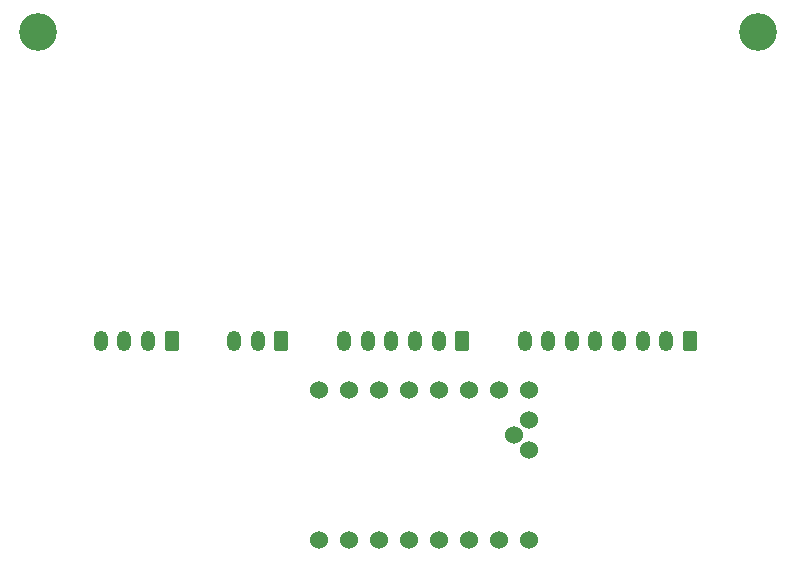
<source format=gbr>
%TF.GenerationSoftware,KiCad,Pcbnew,9.0.7*%
%TF.CreationDate,2026-02-21T16:48:54+00:00*%
%TF.ProjectId,z-axis-addon,7a2d6178-6973-42d6-9164-646f6e2e6b69,A*%
%TF.SameCoordinates,Original*%
%TF.FileFunction,Soldermask,Bot*%
%TF.FilePolarity,Negative*%
%FSLAX46Y46*%
G04 Gerber Fmt 4.6, Leading zero omitted, Abs format (unit mm)*
G04 Created by KiCad (PCBNEW 9.0.7) date 2026-02-21 16:48:54*
%MOMM*%
%LPD*%
G01*
G04 APERTURE LIST*
G04 Aperture macros list*
%AMRoundRect*
0 Rectangle with rounded corners*
0 $1 Rounding radius*
0 $2 $3 $4 $5 $6 $7 $8 $9 X,Y pos of 4 corners*
0 Add a 4 corners polygon primitive as box body*
4,1,4,$2,$3,$4,$5,$6,$7,$8,$9,$2,$3,0*
0 Add four circle primitives for the rounded corners*
1,1,$1+$1,$2,$3*
1,1,$1+$1,$4,$5*
1,1,$1+$1,$6,$7*
1,1,$1+$1,$8,$9*
0 Add four rect primitives between the rounded corners*
20,1,$1+$1,$2,$3,$4,$5,0*
20,1,$1+$1,$4,$5,$6,$7,0*
20,1,$1+$1,$6,$7,$8,$9,0*
20,1,$1+$1,$8,$9,$2,$3,0*%
G04 Aperture macros list end*
%ADD10C,3.200000*%
%ADD11RoundRect,0.250000X0.350000X0.625000X-0.350000X0.625000X-0.350000X-0.625000X0.350000X-0.625000X0*%
%ADD12O,1.200000X1.750000*%
%ADD13C,1.524000*%
G04 APERTURE END LIST*
D10*
%TO.C,H4*%
X156464000Y-93472000D03*
%TD*%
%TO.C,H3*%
X217424000Y-93472000D03*
%TD*%
D11*
%TO.C,J2*%
X211676000Y-119634000D03*
D12*
X209676000Y-119634000D03*
X207676000Y-119634000D03*
X205676000Y-119634000D03*
X203676000Y-119634000D03*
X201676000Y-119634000D03*
X199676000Y-119634000D03*
X197676000Y-119634000D03*
%TD*%
D13*
%TO.C,U1*%
X196780400Y-127556600D03*
X198050400Y-128826600D03*
X198050400Y-126286600D03*
X198050400Y-136446600D03*
X195510400Y-136446600D03*
X192970400Y-136446600D03*
X190430400Y-136446600D03*
X187890400Y-136446600D03*
X185350400Y-136446600D03*
X182810400Y-136446600D03*
X180270400Y-136446600D03*
X180270400Y-123746600D03*
X182810400Y-123746600D03*
X185350400Y-123746600D03*
X187890400Y-123746600D03*
X190430400Y-123746600D03*
X192970400Y-123746600D03*
X195510400Y-123746600D03*
X198050400Y-123746600D03*
%TD*%
D11*
%TO.C,J3*%
X177085000Y-119634000D03*
D12*
X175085000Y-119634000D03*
X173085000Y-119634000D03*
%TD*%
D11*
%TO.C,J4*%
X167798000Y-119634000D03*
D12*
X165798000Y-119634000D03*
X163798000Y-119634000D03*
X161798000Y-119634000D03*
%TD*%
D11*
%TO.C,J1*%
X192404000Y-119634000D03*
D12*
X190404000Y-119634000D03*
X188404000Y-119634000D03*
X186404000Y-119634000D03*
X184404000Y-119634000D03*
X182404000Y-119634000D03*
%TD*%
M02*

</source>
